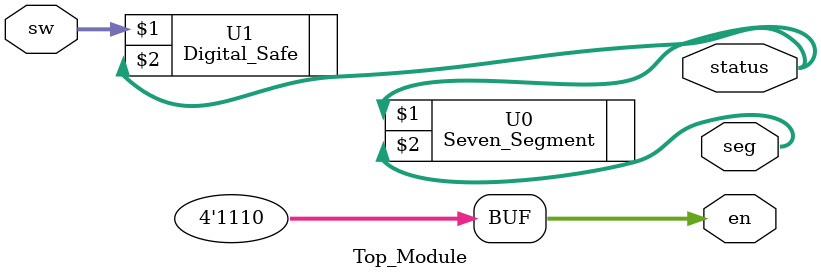
<source format=v>
`timescale 1ns / 1ps


module Top_Module(
    input [4:0] sw,
    output [1:0] status,
    output [6:0] seg,
    output [3:0] en
    ); 
    
    assign en=4'b1110;
    
    Seven_Segment U0(status,seg);
    Digital_Safe U1(sw,status);
endmodule

</source>
